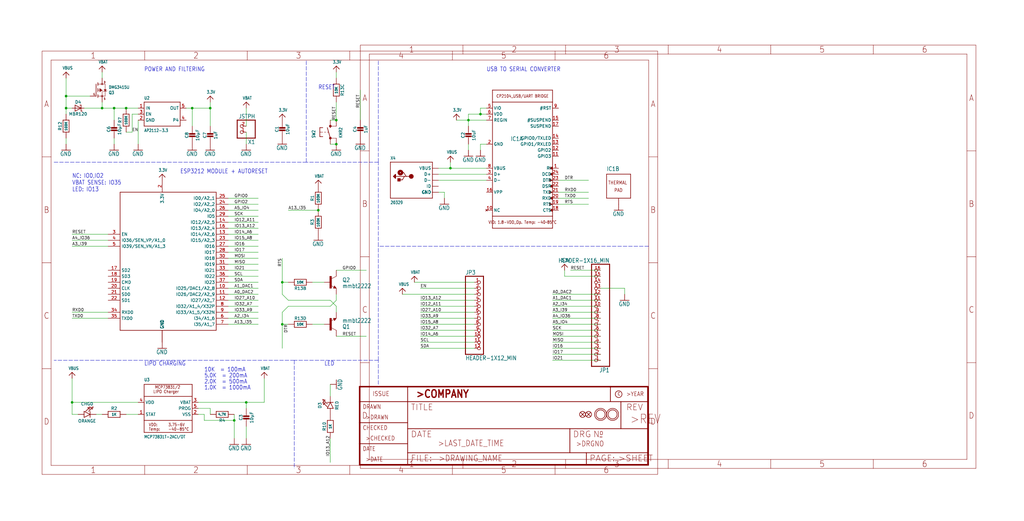
<source format=kicad_sch>
(kicad_sch (version 20211123) (generator eeschema)
  (paper "User" 433.07 220.421)
  (lib_symbols
    (symbol "eagleSchem-eagle-import:3.3V" (power)
      (property "Value" "3.3V" (at -1.524 1.016 0))
      (symbol "3.3V_1_0"
        (pin power_in line (at 0 -2.54 90) (length 2.54) (name "3.3V") (number "1"))
      )
    )
    (symbol "eagleSchem-eagle-import:CAP_CERAMIC0603_NO"
      (property "Reference" "C" (at -2.29 1.25 90))
      (property "Value" "CAP_CERAMIC0603_NO" (at 2.3 1.25 90))
      (symbol "CAP_CERAMIC0603_NO_1_0"
        (pin passive line (at 0 5.08 270) (length 2.54) (name "1") (number "1"))
        (pin passive line (at 0 -2.54 90) (length 2.54) (name "2") (number "2"))
      )
    )
    (symbol "eagleSchem-eagle-import:CAP_CERAMIC0805-NOOUTLINE"
      (property "Reference" "C" (at -2.29 1.25 90))
      (property "Value" "CAP_CERAMIC0805-NOOUTLINE" (at 2.3 1.25 90))
      (symbol "CAP_CERAMIC0805-NOOUTLINE_1_0"
        (pin passive line (at 0 5.08 270) (length 2.54) (name "1") (number "1"))
        (pin passive line (at 0 -2.54 90) (length 2.54) (name "2") (number "2"))
      )
    )
    (symbol "eagleSchem-eagle-import:CON_JST_PH_2PIN"
      (property "Reference" "X" (at -6.35 5.715 0))
      (property "Value" "CON_JST_PH_2PIN" (at -6.35 -5.08 0))
      (symbol "CON_JST_PH_2PIN_1_0"
        (pin passive inverted (at -2.54 2.54 0) (length 2.54) (name "1") (number "1"))
        (pin passive inverted (at -2.54 0 0) (length 2.54) (name "2") (number "2"))
      )
    )
    (symbol "eagleSchem-eagle-import:CP2104"
      (property "Reference" "U" (at -5.08 6.35 0))
      (symbol "CP2104_1_0"
        (text "CP2104_USB/UART BRIDGE" (at 0 25.4 0) (effects (font (size 1.27 1.0795))))
        (text "VIO: 1.8-VDD_Op. Temp: -40~85°C" (at 0 -27.94 0) (effects (font (size 1.27 1.0795))))
        (pin input line (at 15.24 -5.08 180) (length 2.54) (name "RI") (number "1"))
        (pin no_connect line (at -15.24 -22.86 0) (length 2.54) (name "NC") (number "10"))
        (pin bidirectional line (at 15.24 0 180) (length 2.54) (name "GPIO3") (number "11"))
        (pin bidirectional line (at 15.24 2.54 180) (length 2.54) (name "GPIO2") (number "12"))
        (pin bidirectional line (at 15.24 5.08 180) (length 2.54) (name "GPIO1/RXLED") (number "13"))
        (pin bidirectional line (at 15.24 7.62 180) (length 2.54) (name "GPIO0/TXLED") (number "14"))
        (pin output line (at 15.24 15.24 180) (length 2.54) (name "#SUSPEND") (number "15"))
        (pin bidirectional line (at -15.24 -15.24 0) (length 2.54) (name "VPP") (number "16"))
        (pin output line (at 15.24 12.7 180) (length 2.54) (name "SUSPEND") (number "17"))
        (pin input line (at 15.24 -22.86 180) (length 2.54) (name "CTS") (number "18"))
        (pin output line (at 15.24 -20.32 180) (length 2.54) (name "RTS") (number "19"))
        (pin power_in line (at -15.24 5.08 0) (length 2.54) (name "GND") (number "2"))
        (pin input line (at 15.24 -17.78 180) (length 2.54) (name "RXD") (number "20"))
        (pin output line (at 15.24 -15.24 180) (length 2.54) (name "TXD") (number "21"))
        (pin input line (at 15.24 -12.7 180) (length 2.54) (name "DSR") (number "22"))
        (pin output line (at 15.24 -10.16 180) (length 2.54) (name "DTR") (number "23"))
        (pin input line (at 15.24 -7.62 180) (length 2.54) (name "DCD") (number "24"))
        (pin bidirectional line (at -15.24 -7.62 0) (length 2.54) (name "D+") (number "3"))
        (pin bidirectional line (at -15.24 -10.16 0) (length 2.54) (name "D-") (number "4"))
        (pin power_in line (at -15.24 20.32 0) (length 2.54) (name "VIO") (number "5"))
        (pin power_in line (at -15.24 17.78 0) (length 2.54) (name "VDD") (number "6"))
        (pin power_in line (at -15.24 15.24 0) (length 2.54) (name "REGIN") (number "7"))
        (pin power_in line (at -15.24 -5.08 0) (length 2.54) (name "VBUS") (number "8"))
        (pin bidirectional line (at 15.24 20.32 180) (length 2.54) (name "#RST") (number "9"))
      )
      (symbol "CP2104_2_0"
        (text "PAD" (at -1.905 -2.54 0) (effects (font (size 1.4224 1.209)) (justify left bottom)))
        (text "THERMAL" (at -4.445 0.635 0) (effects (font (size 1.4224 1.209)) (justify left bottom)))
        (pin power_in line (at 0 -7.62 90) (length 2.54) (name "TP") (number "THERM"))
      )
    )
    (symbol "eagleSchem-eagle-import:DIODE-SCHOTTKYSOD-123"
      (property "Reference" "D" (at 0 2.54 0))
      (property "Value" "DIODE-SCHOTTKYSOD-123" (at 0 -2.5 0))
      (symbol "DIODE-SCHOTTKYSOD-123_1_0"
        (pin passive line (at -2.54 0 0) (length 2.54) (name "A") (number "A"))
        (pin passive line (at 2.54 0 180) (length 2.54) (name "C") (number "C"))
      )
    )
    (symbol "eagleSchem-eagle-import:ESP32_WROOM32_SKINNY"
      (symbol "ESP32_WROOM32_SKINNY_1_0"
        (pin passive line (at 0 -27.94 90) (length 5.08) (name "GND") (number "1"))
        (pin bidirectional line (at 27.94 -5.08 180) (length 5.08) (name "IO25/DAC1/A2_8") (number "10"))
        (pin bidirectional line (at 27.94 -7.62 180) (length 5.08) (name "IO26/DAC2/A2_9") (number "11"))
        (pin bidirectional line (at 27.94 -10.16 180) (length 5.08) (name "IO27/A2_7") (number "12"))
        (pin bidirectional line (at 27.94 17.78 180) (length 5.08) (name "IO14/A2_6") (number "13"))
        (pin bidirectional line (at 27.94 22.86 180) (length 5.08) (name "IO12/A2_5") (number "14"))
        (pin passive line (at 0 -27.94 90) (length 5.08) (name "GND") (number "15"))
        (pin bidirectional line (at 27.94 20.32 180) (length 5.08) (name "IO13/A2_4") (number "16"))
        (pin bidirectional line (at -22.86 2.54 0) (length 5.08) (name "SD2") (number "17"))
        (pin bidirectional line (at -22.86 0 0) (length 5.08) (name "SD3") (number "18"))
        (pin bidirectional line (at -22.86 -2.54 0) (length 5.08) (name "CMD") (number "19"))
        (pin passive line (at 0 40.64 270) (length 5.08) (name "3.3V") (number "2"))
        (pin bidirectional line (at -22.86 -5.08 0) (length 5.08) (name "CLK") (number "20"))
        (pin bidirectional line (at -22.86 -7.62 0) (length 5.08) (name "SD0") (number "21"))
        (pin bidirectional line (at -22.86 -10.16 0) (length 5.08) (name "SD1") (number "22"))
        (pin bidirectional line (at 27.94 15.24 180) (length 5.08) (name "IO15/A2_3") (number "23"))
        (pin bidirectional line (at 27.94 30.48 180) (length 5.08) (name "IO2/A2_2") (number "24"))
        (pin bidirectional line (at 27.94 33.02 180) (length 5.08) (name "IO0/A2_1") (number "25"))
        (pin bidirectional line (at 27.94 27.94 180) (length 5.08) (name "IO4/A2_0") (number "26"))
        (pin bidirectional line (at 27.94 12.7 180) (length 5.08) (name "IO16") (number "27"))
        (pin bidirectional line (at 27.94 10.16 180) (length 5.08) (name "IO17") (number "28"))
        (pin bidirectional line (at 27.94 25.4 180) (length 5.08) (name "IO5") (number "29"))
        (pin input line (at -22.86 17.78 0) (length 5.08) (name "EN") (number "3"))
        (pin bidirectional line (at 27.94 7.62 180) (length 5.08) (name "IO18") (number "30"))
        (pin bidirectional line (at 27.94 5.08 180) (length 5.08) (name "IO19") (number "31"))
        (pin bidirectional line (at 27.94 2.54 180) (length 5.08) (name "IO21") (number "33"))
        (pin input line (at -22.86 -15.24 0) (length 5.08) (name "RXD0") (number "34"))
        (pin output line (at -22.86 -17.78 0) (length 5.08) (name "TXD0") (number "35"))
        (pin bidirectional line (at 27.94 0 180) (length 5.08) (name "IO22") (number "36"))
        (pin bidirectional line (at 27.94 -2.54 180) (length 5.08) (name "IO23") (number "37"))
        (pin passive line (at 0 -27.94 90) (length 5.08) (name "GND") (number "38"))
        (pin passive line (at -22.86 15.24 0) (length 5.08) (name "IO36/SEN_VP/A1_0") (number "4"))
        (pin passive line (at -22.86 12.7 0) (length 5.08) (name "IO39/SEN_VN/A1_3") (number "5"))
        (pin bidirectional line (at 27.94 -17.78 180) (length 5.08) (name "I34/A1_6") (number "6"))
        (pin bidirectional line (at 27.94 -20.32 180) (length 5.08) (name "I35/A1_7") (number "7"))
        (pin bidirectional line (at 27.94 -12.7 180) (length 5.08) (name "IO32/A1_4/X32P") (number "8"))
        (pin bidirectional line (at 27.94 -15.24 180) (length 5.08) (name "IO33/A1_5/X32N") (number "9"))
        (pin passive line (at 0 -27.94 90) (length 5.08) (name "GND") (number "P$1"))
      )
    )
    (symbol "eagleSchem-eagle-import:FIDUCIAL_1MM")
    (symbol "eagleSchem-eagle-import:FRAME_A4"
      (symbol "FRAME_A4_0_0"
        (text "1" (at 21.6958 1.905 0) (effects (font (size 2.54 2.286))))
        (text "1" (at 21.6958 177.165 0) (effects (font (size 2.54 2.286))))
        (text "2" (at 65.0875 1.905 0) (effects (font (size 2.54 2.286))))
        (text "2" (at 65.0875 177.165 0) (effects (font (size 2.54 2.286))))
        (text "3" (at 108.4792 1.905 0) (effects (font (size 2.54 2.286))))
        (text "3" (at 108.4792 177.165 0) (effects (font (size 2.54 2.286))))
        (text "4" (at 151.8708 1.905 0) (effects (font (size 2.54 2.286))))
        (text "4" (at 151.8708 177.165 0) (effects (font (size 2.54 2.286))))
        (text "5" (at 195.2625 1.905 0) (effects (font (size 2.54 2.286))))
        (text "5" (at 195.2625 177.165 0) (effects (font (size 2.54 2.286))))
        (text "6" (at 238.6542 1.905 0) (effects (font (size 2.54 2.286))))
        (text "6" (at 238.6542 177.165 0) (effects (font (size 2.54 2.286))))
        (text "A" (at 1.905 156.6863 0) (effects (font (size 2.54 2.286))))
        (text "A" (at 258.445 156.6863 0) (effects (font (size 2.54 2.286))))
        (text "B" (at 1.905 111.9188 0) (effects (font (size 2.54 2.286))))
        (text "B" (at 258.445 111.9188 0) (effects (font (size 2.54 2.286))))
        (text "C" (at 1.905 67.1513 0) (effects (font (size 2.54 2.286))))
        (text "C" (at 258.445 67.1513 0) (effects (font (size 2.54 2.286))))
        (text "D" (at 1.905 22.3838 0) (effects (font (size 2.54 2.286))))
        (text "D" (at 258.445 22.3838 0) (effects (font (size 2.54 2.286))))
      )
      (symbol "FRAME_A4_2_0"
        (text ">CHECKED" (at 2.2352 11.7348 0) (effects (font (size 1.778 1.5113)) (justify left bottom)))
        (text ">COMPANY" (at 23.349 29.6735 0) (effects (font (size 3.175 2.6987) (thickness 0.5397) bold) (justify left bottom)))
        (text ">DATE" (at 2.2352 2.8448 0) (effects (font (size 1.778 1.5113)) (justify left bottom)))
        (text ">DRAWING_NAME" (at 33.0327 2.8448 0) (effects (font (size 2.54 2.159)) (justify left bottom)))
        (text ">DRAWN" (at 2.2352 20.6248 0) (effects (font (size 1.778 1.5113)) (justify left bottom)))
        (text ">DRGNO" (at 91.1352 9.1948 0) (effects (font (size 2.1844 1.8567)) (justify left bottom)))
        (text ">LAST_DATE_TIME" (at 32.7152 9.1948 0) (effects (font (size 2.54 2.159)) (justify left bottom)))
        (text ">REV" (at 113.9952 18.7198 0) (effects (font (size 3.81 3.2385)) (justify left bottom)))
        (text ">SHEET" (at 108.9152 2.8448 0) (effects (font (size 2.54 2.54)) (justify left bottom)))
        (text ">YEAR" (at 112.4077 30.4673 0) (effects (font (size 1.778 1.5113)) (justify left bottom)))
        (text "C" (at 108.7564 30.7848 0) (effects (font (size 1.27 1.0795)) (justify left bottom)))
        (text "CHECKED" (at 0.9652 16.1798 0) (effects (font (size 1.778 1.5113)) (justify left bottom)))
        (text "DATE" (at 0.9652 7.2898 0) (effects (font (size 1.778 1.5113)) (justify left bottom)))
        (text "DATE" (at 21.2852 13.0048 0) (effects (font (size 2.54 2.54)) (justify left bottom)))
        (text "DRAWN" (at 0.9652 25.0698 0) (effects (font (size 1.778 1.5113)) (justify left bottom)))
        (text "DRG" (at 89.8652 13.0048 0) (effects (font (size 2.54 2.54)) (justify left bottom)))
        (text "FILE:" (at 21.2852 2.8448 0) (effects (font (size 2.54 2.54)) (justify left bottom)))
        (text "ISSUE" (at 5.0927 30.4673 0) (effects (font (size 1.9304 1.6408)) (justify left bottom)))
        (text "N" (at 98.4377 13.0048 0) (effects (font (size 2.54 2.54)) (justify left bottom)))
        (text "o" (at 100.9777 13.9573 0) (effects (font (size 2.1844 1.8567)) (justify left bottom)))
        (text "PAGE:" (at 96.8502 2.8448 0) (effects (font (size 2.54 2.54)) (justify left bottom)))
        (text "REV" (at 112.4077 24.4348 0) (effects (font (size 2.54 2.54)) (justify left bottom)))
        (text "TITLE" (at 21.2852 24.4348 0) (effects (font (size 2.54 2.54)) (justify left bottom)))
      )
    )
    (symbol "eagleSchem-eagle-import:GND" (power)
      (property "Value" "GND" (at -2.54 -2.54 0))
      (symbol "GND_1_0"
        (pin power_in line (at 0 2.54 270) (length 2.54) (name "GND") (number "1"))
      )
    )
    (symbol "eagleSchem-eagle-import:HEADER-1X12_MIN"
      (property "Reference" "JP" (at -6.35 18.415 0))
      (property "Value" "HEADER-1X12_MIN" (at -6.35 -17.78 0))
      (symbol "HEADER-1X12_MIN_1_0"
        (pin passive inverted (at -2.54 15.24 0) (length 2.54) (name "1") (number "1"))
        (pin passive inverted (at -2.54 -7.62 0) (length 2.54) (name "10") (number "10"))
        (pin passive inverted (at -2.54 -10.16 0) (length 2.54) (name "11") (number "11"))
        (pin passive inverted (at -2.54 -12.7 0) (length 2.54) (name "12") (number "12"))
        (pin passive inverted (at -2.54 12.7 0) (length 2.54) (name "2") (number "2"))
        (pin passive inverted (at -2.54 10.16 0) (length 2.54) (name "3") (number "3"))
        (pin passive inverted (at -2.54 7.62 0) (length 2.54) (name "4") (number "4"))
        (pin passive inverted (at -2.54 5.08 0) (length 2.54) (name "5") (number "5"))
        (pin passive inverted (at -2.54 2.54 0) (length 2.54) (name "6") (number "6"))
        (pin passive inverted (at -2.54 0 0) (length 2.54) (name "7") (number "7"))
        (pin passive inverted (at -2.54 -2.54 0) (length 2.54) (name "8") (number "8"))
        (pin passive inverted (at -2.54 -5.08 0) (length 2.54) (name "9") (number "9"))
      )
    )
    (symbol "eagleSchem-eagle-import:HEADER-1X16_MIN"
      (property "Reference" "JP" (at -6.35 20.955 0))
      (property "Value" "HEADER-1X16_MIN" (at -6.35 -25.4 0))
      (symbol "HEADER-1X16_MIN_1_0"
        (pin passive inverted (at -2.54 17.78 0) (length 2.54) (name "1") (number "1"))
        (pin passive inverted (at -2.54 -5.08 0) (length 2.54) (name "10") (number "10"))
        (pin passive inverted (at -2.54 -7.62 0) (length 2.54) (name "11") (number "11"))
        (pin passive inverted (at -2.54 -10.16 0) (length 2.54) (name "12") (number "12"))
        (pin passive inverted (at -2.54 -12.7 0) (length 2.54) (name "13") (number "13"))
        (pin passive inverted (at -2.54 -15.24 0) (length 2.54) (name "14") (number "14"))
        (pin passive inverted (at -2.54 -17.78 0) (length 2.54) (name "15") (number "15"))
        (pin passive inverted (at -2.54 -20.32 0) (length 2.54) (name "16") (number "16"))
        (pin passive inverted (at -2.54 15.24 0) (length 2.54) (name "2") (number "2"))
        (pin passive inverted (at -2.54 12.7 0) (length 2.54) (name "3") (number "3"))
        (pin passive inverted (at -2.54 10.16 0) (length 2.54) (name "4") (number "4"))
        (pin passive inverted (at -2.54 7.62 0) (length 2.54) (name "5") (number "5"))
        (pin passive inverted (at -2.54 5.08 0) (length 2.54) (name "6") (number "6"))
        (pin passive inverted (at -2.54 2.54 0) (length 2.54) (name "7") (number "7"))
        (pin passive inverted (at -2.54 0 0) (length 2.54) (name "8") (number "8"))
        (pin passive inverted (at -2.54 -2.54 0) (length 2.54) (name "9") (number "9"))
      )
    )
    (symbol "eagleSchem-eagle-import:LED0805_NOOUTLINE"
      (property "Reference" "D" (at -1.27 4.445 0))
      (property "Value" "LED0805_NOOUTLINE" (at -1.27 -2.794 0))
      (symbol "LED0805_NOOUTLINE_1_0"
        (pin passive line (at -5.08 0 0) (length 2.54) (name "A") (number "A"))
        (pin passive line (at 2.54 0 180) (length 2.54) (name "C") (number "C"))
      )
    )
    (symbol "eagleSchem-eagle-import:MCP73831{slash}2"
      (property "Reference" "U" (at -10.16 11.43 0))
      (property "Value" "MCP73831{slash}2" (at -10.16 -12.7 0))
      (symbol "MCP73831{slash}2_1_0"
        (text "-40-85°C" (at 0 -9.525 0) (effects (font (size 1.27 1.0795)) (justify left bottom)))
        (text "3.75-6V" (at 0 -7.62 0) (effects (font (size 1.27 1.0795)) (justify left bottom)))
        (text "LIPO Charger" (at -6.35 6.35 0) (effects (font (size 1.27 1.0795)) (justify left bottom)))
        (text "MCP73831/2" (at -5.715 8.255 0) (effects (font (size 1.27 1.0795)) (justify left bottom)))
        (text "Temp:" (at -8.255 -9.525 0) (effects (font (size 1.27 1.0795)) (justify left bottom)))
        (text "VDD:" (at -8.255 -7.62 0) (effects (font (size 1.27 1.0795)) (justify left bottom)))
        (pin output line (at -12.7 -2.54 0) (length 2.54) (name "STAT") (number "1"))
        (pin power_in line (at 12.7 -2.54 180) (length 2.54) (name "VSS") (number "2"))
        (pin power_in line (at 12.7 2.54 180) (length 2.54) (name "VBAT") (number "3"))
        (pin power_in line (at -12.7 2.54 0) (length 2.54) (name "VDD") (number "4"))
        (pin input line (at 12.7 0 180) (length 2.54) (name "PROG") (number "5"))
      )
    )
    (symbol "eagleSchem-eagle-import:MOSFET-P"
      (property "Reference" "Q" (at 2.794 0.381 0))
      (property "Value" "MOSFET-P" (at 2.794 -1.905 0))
      (symbol "MOSFET-P_1_0"
        (text "D" (at 0.635 -3.81 0) (effects (font (size 0.8128 0.6908)) (justify left bottom)))
        (text "G" (at -3.81 1.27 0) (effects (font (size 0.8128 0.6908)) (justify left bottom)))
        (text "S" (at 0.635 3.175 0) (effects (font (size 0.8128 0.6908)) (justify left bottom)))
        (pin passive line (at -5.08 2.54 0) (length 2.54) (name "G") (number "1"))
        (pin passive line (at 0 5.08 270) (length 2.54) (name "S") (number "2"))
        (pin passive line (at 0 -5.08 90) (length 2.54) (name "D") (number "3"))
      )
    )
    (symbol "eagleSchem-eagle-import:MOUNTINGHOLE2.5")
    (symbol "eagleSchem-eagle-import:RESISTOR_0603_NOOUT"
      (property "Reference" "R" (at 0 2.54 0))
      (property "Value" "RESISTOR_0603_NOOUT" (at 0 0 0))
      (symbol "RESISTOR_0603_NOOUT_1_0"
        (pin passive line (at -5.08 0 0) (length 2.54) (name "1") (number "1"))
        (pin passive line (at 5.08 0 180) (length 2.54) (name "2") (number "2"))
      )
    )
    (symbol "eagleSchem-eagle-import:RESISTOR_4PACK"
      (property "Reference" "R" (at 0 2.54 0))
      (property "Value" "RESISTOR_4PACK" (at 0 0 0))
      (symbol "RESISTOR_4PACK_1_0"
        (pin passive line (at -5.08 0 0) (length 2.54) (name "1") (number "1"))
        (pin passive line (at 5.08 0 180) (length 2.54) (name "2") (number "8"))
      )
      (symbol "RESISTOR_4PACK_2_0"
        (pin passive line (at -5.08 0 0) (length 2.54) (name "1") (number "2"))
        (pin passive line (at 5.08 0 180) (length 2.54) (name "2") (number "7"))
      )
      (symbol "RESISTOR_4PACK_3_0"
        (pin passive line (at -5.08 0 0) (length 2.54) (name "1") (number "3"))
        (pin passive line (at 5.08 0 180) (length 2.54) (name "2") (number "6"))
      )
      (symbol "RESISTOR_4PACK_4_0"
        (pin passive line (at -5.08 0 0) (length 2.54) (name "1") (number "4"))
        (pin passive line (at 5.08 0 180) (length 2.54) (name "2") (number "5"))
      )
    )
    (symbol "eagleSchem-eagle-import:SWITCH_TACT_SMT4.6X2.8"
      (property "Reference" "SW" (at -2.54 6.35 0))
      (property "Value" "SWITCH_TACT_SMT4.6X2.8" (at -2.54 -5.08 0))
      (symbol "SWITCH_TACT_SMT4.6X2.8_1_0"
        (pin passive line (at -5.08 0 0) (length 2.54) (name "P") (number "A"))
        (pin passive line (at -5.08 -2.54 0) (length 2.54) (name "P1") (number "A'"))
        (pin passive line (at 5.08 0 180) (length 2.54) (name "S") (number "B"))
        (pin passive line (at 5.08 -2.54 180) (length 2.54) (name "S1") (number "B'"))
      )
    )
    (symbol "eagleSchem-eagle-import:TRANSISTOR_NPNSOT23-3"
      (property "Reference" "Q" (at 5.08 0 0))
      (property "Value" "TRANSISTOR_NPNSOT23-3" (at 5.08 -2.54 0))
      (symbol "TRANSISTOR_NPNSOT23-3_1_0"
        (pin passive line (at -2.54 0 0) (length 2.54) (name "B") (number "1"))
        (pin passive line (at 2.54 -5.08 90) (length 2.54) (name "E") (number "2"))
        (pin passive line (at 2.54 5.08 270) (length 2.54) (name "C") (number "3"))
      )
    )
    (symbol "eagleSchem-eagle-import:USB_MICRO_20329_V2"
      (property "Reference" "X" (at -10.16 8.636 0))
      (property "Value" "USB_MICRO_20329_V2" (at -10.16 -10.16 0))
      (symbol "USB_MICRO_20329_V2_1_0"
        (pin power_in line (at 10.16 -5.08 180) (length 2.54) (name "GND") (number "BASE@1"))
        (pin power_in line (at 10.16 -5.08 180) (length 2.54) (name "GND") (number "BASE@2"))
        (pin bidirectional line (at 10.16 2.54 180) (length 2.54) (name "D+") (number "D+"))
        (pin bidirectional line (at 10.16 0 180) (length 2.54) (name "D-") (number "D-"))
        (pin power_in line (at 10.16 -5.08 180) (length 2.54) (name "GND") (number "GND"))
        (pin bidirectional line (at 10.16 -2.54 180) (length 2.54) (name "ID") (number "ID"))
        (pin power_in line (at 10.16 -5.08 180) (length 2.54) (name "GND") (number "SPRT@1"))
        (pin power_in line (at 10.16 -5.08 180) (length 2.54) (name "GND") (number "SPRT@2"))
        (pin power_in line (at 10.16 -5.08 180) (length 2.54) (name "GND") (number "SPRT@3"))
        (pin power_in line (at 10.16 -5.08 180) (length 2.54) (name "GND") (number "SPRT@4"))
        (pin power_in line (at 10.16 5.08 180) (length 2.54) (name "VBUS") (number "VBUS"))
      )
    )
    (symbol "eagleSchem-eagle-import:VBAT" (power)
      (property "Value" "VBAT" (at -1.524 1.016 0))
      (symbol "VBAT_1_0"
        (pin power_in line (at 0 -2.54 90) (length 2.54) (name "VBAT") (number "1"))
      )
    )
    (symbol "eagleSchem-eagle-import:VBUS" (power)
      (property "Value" "VBUS" (at -1.524 1.016 0))
      (symbol "VBUS_1_0"
        (pin power_in line (at 0 -2.54 90) (length 2.54) (name "VBUS") (number "1"))
      )
    )
    (symbol "eagleSchem-eagle-import:VREG_SOT23-5"
      (property "Reference" "U" (at -7.62 6.096 0))
      (property "Value" "VREG_SOT23-5" (at -7.62 -7.62 0))
      (symbol "VREG_SOT23-5_1_0"
        (pin power_in line (at -10.16 2.54 0) (length 2.54) (name "IN") (number "1"))
        (pin power_in line (at -10.16 -2.54 0) (length 2.54) (name "GND") (number "2"))
        (pin input line (at -10.16 0 0) (length 2.54) (name "EN") (number "3"))
        (pin bidirectional line (at 10.16 -2.54 180) (length 2.54) (name "P4") (number "4"))
        (pin power_in line (at 10.16 2.54 180) (length 2.54) (name "OUT") (number "5"))
      )
    )
  )
  (junction (at 43.18 45.72))
  (junction (at 190.5 71.12))
  (junction (at 30.48 170.18))
  (junction (at 81.28 45.72))
  (junction (at 134.62 88.9))
  (junction (at 27.94 45.72))
  (junction (at 48.26 45.72))
  (junction (at 142.24 50.8))
  (junction (at 53.34 45.72))
  (junction (at 27.94 40.64))
  (junction (at 198.12 50.8))
  (junction (at 142.24 60.96))
  (junction (at 88.9 45.72))
  (junction (at 119.38 119.38))
  (junction (at 104.14 170.18))
  (junction (at 99.06 177.8))
  (junction (at 119.38 137.16))
  (junction (at 203.2 48.26))
  (polyline (pts (xy 124.46 152.4) (xy 124.46 198.12)))
  (wire (pts (xy 203.2 60.96) (xy 203.2 63.5)))
  (wire (pts (xy 254 121.92) (xy 264.16 121.92)))
  (wire (pts (xy 200.66 127) (xy 177.8 127)))
  (wire (pts (xy 185.42 73.66) (xy 205.74 73.66)))
  (wire (pts (xy 142.24 127) (xy 139.7 129.54)))
  (wire (pts (xy 154.94 142.24) (xy 142.24 142.24)))
  (wire (pts (xy 96.52 137.16) (xy 109.22 137.16)))
  (wire (pts (xy 27.94 40.64) (xy 27.94 33.02)))
  (wire (pts (xy 254 137.16) (xy 233.68 137.16)))
  (wire (pts (xy 96.52 88.9) (xy 109.22 88.9)))
  (wire (pts (xy 111.76 160.02) (xy 111.76 170.18)))
  (polyline (pts (xy 160.02 162.56) (xy 160.02 152.4)))
  (wire (pts (xy 83.82 172.72) (xy 88.9 172.72)))
  (wire (pts (xy 104.14 60.96) (xy 104.14 55.88)))
  (wire (pts (xy 264.16 121.92) (xy 264.16 124.46)))
  (wire (pts (xy 27.94 60.96) (xy 27.94 58.42)))
  (wire (pts (xy 45.72 101.6) (xy 30.48 101.6)))
  (wire (pts (xy 53.34 45.72) (xy 48.26 45.72)))
  (wire (pts (xy 238.76 114.3) (xy 238.76 116.84)))
  (wire (pts (xy 81.28 53.34) (xy 81.28 45.72)))
  (wire (pts (xy 190.5 71.12) (xy 190.5 68.58)))
  (wire (pts (xy 233.68 144.78) (xy 254 144.78)))
  (polyline (pts (xy 129.54 68.58) (xy 129.54 25.4)))
  (wire (pts (xy 58.42 45.72) (xy 53.34 45.72)))
  (wire (pts (xy 96.52 116.84) (xy 109.22 116.84)))
  (wire (pts (xy 81.28 45.72) (xy 88.9 45.72)))
  (wire (pts (xy 254 127) (xy 233.68 127)))
  (wire (pts (xy 35.56 45.72) (xy 43.18 45.72)))
  (wire (pts (xy 96.52 127) (xy 109.22 127)))
  (wire (pts (xy 177.8 134.62) (xy 200.66 134.62)))
  (wire (pts (xy 177.8 139.7) (xy 200.66 139.7)))
  (wire (pts (xy 139.7 127) (xy 121.92 127)))
  (wire (pts (xy 254 114.3) (xy 241.3 114.3)))
  (wire (pts (xy 175.26 119.38) (xy 200.66 119.38)))
  (wire (pts (xy 96.52 109.22) (xy 109.22 109.22)))
  (wire (pts (xy 109.22 111.76) (xy 96.52 111.76)))
  (polyline (pts (xy 22.86 68.58) (xy 129.54 68.58)))
  (wire (pts (xy 104.14 172.72) (xy 104.14 170.18)))
  (wire (pts (xy 121.92 127) (xy 119.38 124.46)))
  (wire (pts (xy 96.52 99.06) (xy 109.22 99.06)))
  (wire (pts (xy 43.18 43.18) (xy 43.18 45.72)))
  (wire (pts (xy 203.2 45.72) (xy 203.2 48.26)))
  (wire (pts (xy 86.36 177.8) (xy 99.06 177.8)))
  (wire (pts (xy 119.38 137.16) (xy 121.92 137.16)))
  (wire (pts (xy 119.38 132.08) (xy 119.38 137.16)))
  (wire (pts (xy 205.74 50.8) (xy 198.12 50.8)))
  (wire (pts (xy 139.7 60.96) (xy 142.24 60.96)))
  (wire (pts (xy 109.22 106.68) (xy 96.52 106.68)))
  (wire (pts (xy 48.26 58.42) (xy 48.26 60.96)))
  (wire (pts (xy 55.88 48.26) (xy 58.42 48.26)))
  (wire (pts (xy 96.52 91.44) (xy 109.22 91.44)))
  (wire (pts (xy 88.9 172.72) (xy 88.9 175.26)))
  (wire (pts (xy 233.68 132.08) (xy 254 132.08)))
  (wire (pts (xy 88.9 45.72) (xy 88.9 43.18)))
  (wire (pts (xy 86.36 175.26) (xy 86.36 177.8)))
  (wire (pts (xy 190.5 71.12) (xy 205.74 71.12)))
  (wire (pts (xy 198.12 50.8) (xy 193.04 50.8)))
  (wire (pts (xy 185.42 71.12) (xy 190.5 71.12)))
  (wire (pts (xy 236.22 81.28) (xy 248.92 81.28)))
  (wire (pts (xy 58.42 50.8) (xy 58.42 60.96)))
  (wire (pts (xy 142.24 129.54) (xy 139.7 127)))
  (wire (pts (xy 88.9 45.72) (xy 88.9 53.34)))
  (wire (pts (xy 30.48 170.18) (xy 58.42 170.18)))
  (wire (pts (xy 30.48 134.62) (xy 45.72 134.62)))
  (wire (pts (xy 185.42 81.28) (xy 187.96 81.28)))
  (wire (pts (xy 27.94 45.72) (xy 27.94 40.64)))
  (wire (pts (xy 254 139.7) (xy 233.68 139.7)))
  (polyline (pts (xy 160.02 104.14) (xy 160.02 68.58)))
  (wire (pts (xy 177.8 129.54) (xy 200.66 129.54)))
  (wire (pts (xy 96.52 104.14) (xy 109.22 104.14)))
  (wire (pts (xy 40.64 175.26) (xy 43.18 175.26)))
  (wire (pts (xy 119.38 119.38) (xy 121.92 119.38)))
  (wire (pts (xy 96.52 129.54) (xy 109.22 129.54)))
  (wire (pts (xy 99.06 175.26) (xy 99.06 177.8)))
  (wire (pts (xy 121.92 129.54) (xy 119.38 132.08)))
  (wire (pts (xy 96.52 86.36) (xy 109.22 86.36)))
  (polyline (pts (xy 160.02 68.58) (xy 129.54 68.58)))
  (wire (pts (xy 132.08 119.38) (xy 137.16 119.38)))
  (wire (pts (xy 139.7 167.64) (xy 139.7 162.56)))
  (wire (pts (xy 142.24 124.46) (xy 142.24 127)))
  (wire (pts (xy 177.8 147.32) (xy 200.66 147.32)))
  (wire (pts (xy 205.74 60.96) (xy 203.2 60.96)))
  (wire (pts (xy 139.7 185.42) (xy 139.7 195.58)))
  (wire (pts (xy 238.76 116.84) (xy 254 116.84)))
  (wire (pts (xy 43.18 45.72) (xy 48.26 45.72)))
  (wire (pts (xy 96.52 96.52) (xy 109.22 96.52)))
  (wire (pts (xy 30.48 45.72) (xy 27.94 45.72)))
  (wire (pts (xy 30.48 104.14) (xy 45.72 104.14)))
  (wire (pts (xy 185.42 76.2) (xy 205.74 76.2)))
  (wire (pts (xy 236.22 76.2) (xy 248.92 76.2)))
  (wire (pts (xy 96.52 119.38) (xy 109.22 119.38)))
  (wire (pts (xy 96.52 114.3) (xy 109.22 114.3)))
  (wire (pts (xy 142.24 50.8) (xy 139.7 50.8)))
  (wire (pts (xy 152.4 50.8) (xy 152.4 38.1)))
  (wire (pts (xy 200.66 132.08) (xy 177.8 132.08)))
  (wire (pts (xy 248.92 86.36) (xy 236.22 86.36)))
  (wire (pts (xy 53.34 55.88) (xy 55.88 55.88)))
  (wire (pts (xy 104.14 170.18) (xy 111.76 170.18)))
  (wire (pts (xy 198.12 50.8) (xy 198.12 53.34)))
  (wire (pts (xy 198.12 48.26) (xy 198.12 50.8)))
  (wire (pts (xy 119.38 137.16) (xy 119.38 147.32)))
  (wire (pts (xy 177.8 121.92) (xy 200.66 121.92)))
  (wire (pts (xy 104.14 180.34) (xy 104.14 185.42)))
  (wire (pts (xy 96.52 132.08) (xy 109.22 132.08)))
  (wire (pts (xy 38.1 40.64) (xy 27.94 40.64)))
  (wire (pts (xy 200.66 124.46) (xy 170.18 124.46)))
  (wire (pts (xy 96.52 93.98) (xy 109.22 93.98)))
  (wire (pts (xy 187.96 81.28) (xy 187.96 83.82)))
  (polyline (pts (xy 160.02 152.4) (xy 160.02 104.14)))
  (wire (pts (xy 254 152.4) (xy 233.68 152.4)))
  (wire (pts (xy 254 147.32) (xy 233.68 147.32)))
  (polyline (pts (xy 160.02 68.58) (xy 160.02 25.4)))
  (wire (pts (xy 142.24 114.3) (xy 154.94 114.3)))
  (wire (pts (xy 99.06 177.8) (xy 99.06 185.42)))
  (wire (pts (xy 96.52 121.92) (xy 109.22 121.92)))
  (wire (pts (xy 139.7 129.54) (xy 121.92 129.54)))
  (wire (pts (xy 142.24 132.08) (xy 142.24 129.54)))
  (wire (pts (xy 119.38 124.46) (xy 119.38 119.38)))
  (wire (pts (xy 55.88 55.88) (xy 55.88 48.26)))
  (wire (pts (xy 142.24 43.18) (xy 142.24 50.8)))
  (wire (pts (xy 83.82 170.18) (xy 104.14 170.18)))
  (wire (pts (xy 53.34 175.26) (xy 58.42 175.26)))
  (wire (pts (xy 45.72 99.06) (xy 30.48 99.06)))
  (wire (pts (xy 96.52 134.62) (xy 109.22 134.62)))
  (wire (pts (xy 142.24 30.48) (xy 142.24 33.02)))
  (wire (pts (xy 198.12 60.96) (xy 198.12 63.5)))
  (wire (pts (xy 96.52 124.46) (xy 109.22 124.46)))
  (wire (pts (xy 45.72 132.08) (xy 30.48 132.08)))
  (wire (pts (xy 254 142.24) (xy 233.68 142.24)))
  (wire (pts (xy 200.66 144.78) (xy 177.8 144.78)))
  (wire (pts (xy 200.66 142.24) (xy 177.8 142.24)))
  (polyline (pts (xy 274.32 104.14) (xy 160.02 104.14)))
  (wire (pts (xy 78.74 45.72) (xy 81.28 45.72)))
  (wire (pts (xy 254 134.62) (xy 233.68 134.62)))
  (wire (pts (xy 30.48 160.02) (xy 30.48 170.18)))
  (wire (pts (xy 43.18 30.48) (xy 43.18 33.02)))
  (wire (pts (xy 137.16 137.16) (xy 132.08 137.16)))
  (wire (pts (xy 30.48 175.26) (xy 30.48 170.18)))
  (wire (pts (xy 203.2 48.26) (xy 198.12 48.26)))
  (wire (pts (xy 33.02 175.26) (xy 30.48 175.26)))
  (wire (pts (xy 83.82 175.26) (xy 86.36 175.26)))
  (wire (pts (xy 48.26 45.72) (xy 48.26 50.8)))
  (wire (pts (xy 104.14 45.72) (xy 104.14 53.34)))
  (wire (pts (xy 177.8 137.16) (xy 200.66 137.16)))
  (polyline (pts (xy 124.46 152.4) (xy 22.86 152.4)))
  (wire (pts (xy 254 129.54) (xy 233.68 129.54)))
  (wire (pts (xy 96.52 83.82) (xy 109.22 83.82)))
  (wire (pts (xy 96.52 101.6) (xy 109.22 101.6)))
  (wire (pts (xy 134.62 88.9) (xy 121.92 88.9)))
  (polyline (pts (xy 160.02 152.4) (xy 124.46 152.4)))
  (wire (pts (xy 119.38 109.22) (xy 119.38 119.38)))
  (wire (pts (xy 27.94 48.26) (xy 27.94 45.72)))
  (wire (pts (xy 205.74 45.72) (xy 203.2 45.72)))
  (wire (pts (xy 233.68 149.86) (xy 254 149.86)))
  (wire (pts (xy 254 124.46) (xy 233.68 124.46)))
  (wire (pts (xy 248.92 83.82) (xy 236.22 83.82)))
  (wire (pts (xy 205.74 48.26) (xy 203.2 48.26)))
  (text "RESET" (at 134.62 38.1 180) (effects (font (size 1.778 1.5113)) (justify left bottom)))
  (text "10K  = 100mA" (at 86.36 157.48 180) (effects (font (size 1.778 1.5113)) (justify left bottom)))
  (text "2.0K  = 500mA" (at 86.36 162.56 180) (effects (font (size 1.778 1.5113)) (justify left bottom)))
  (text "LIPO CHARGING" (at 60.96 154.94 180) (effects (font (size 1.778 1.5113)) (justify left bottom)))
  (text "LED" (at 137.16 154.94 180) (effects (font (size 1.778 1.5113)) (justify left bottom)))
  (text "POWER AND FILTERING" (at 60.96 30.48 180) (effects (font (size 1.778 1.5113)) (justify left bottom)))
  (text "USB TO SERIAL CONVERTER" (at 205.74 30.48 180) (effects (font (size 1.778 1.5113)) (justify left bottom)))
  (text "NC: IO0,IO2\nVBAT SENSE: IO35\nLED: IO13" (at 30.48 81.28 180) (effects (font (size 1.778 1.5113)) (justify left bottom)))
  (text "5.0K  = 200mA" (at 86.36 160.02 180) (effects (font (size 1.778 1.5113)) (justify left bottom)))
  (text "1.0K  = 1000mA" (at 86.36 165.1 180) (effects (font (size 1.778 1.5113)) (justify left bottom)))
  (text "ESP3212 MODULE + AUTORESET" (at 76.2 73.66 180) (effects (font (size 1.778 1.5113)) (justify left bottom)))
  (label "SCK" (at 233.68 139.7 0) (effects (font (size 1.2446 1.2446))))
  (label "IO16" (at 233.68 147.32 0) (effects (font (size 1.2446 1.2446))))
  (label "RESET" (at 142.24 50.8 90) (effects (font (size 1.2446 1.2446))))
  (label "RESET" (at 144.78 142.24 0) (effects (font (size 1.2446 1.2446))))
  (label "EN" (at 177.8 121.92 0) (effects (font (size 1.2446 1.2446))))
  (label "IO15_A8" (at 99.06 101.6 0) (effects (font (size 1.2446 1.2446))))
  (label "A0_DAC2" (at 233.68 124.46 0) (effects (font (size 1.2446 1.2446))))
  (label "A5_IO4" (at 233.68 137.16 0) (effects (font (size 1.2446 1.2446))))
  (label "IO13_A12" (at 139.7 193.04 90) (effects (font (size 1.2446 1.2446))))
  (label "MOSI" (at 233.68 142.24 0) (effects (font (size 1.2446 1.2446))))
  (label "A0_DAC2" (at 99.06 124.46 0) (effects (font (size 1.2446 1.2446))))
  (label "A13_I35" (at 121.92 88.9 0) (effects (font (size 1.2446 1.2446))))
  (label "IO33_A9" (at 177.8 134.62 0) (effects (font (size 1.2446 1.2446))))
  (label "MOSI" (at 99.06 109.22 0) (effects (font (size 1.2446 1.2446))))
  (label "IO16" (at 99.06 104.14 0) (effects (font (size 1.2446 1.2446))))
  (label "A3_I39" (at 233.68 132.08 0) (effects (font (size 1.2446 1.2446))))
  (label "IO21" (at 233.68 152.4 0) (effects (font (size 1.2446 1.2446))))
  (label "RTS" (at 238.76 86.36 0) (effects (font (size 1.2446 1.2446))))
  (label "IO21" (at 99.06 114.3 0) (effects (font (size 1.2446 1.2446))))
  (label "SCK" (at 99.06 91.44 0) (effects (font (size 1.2446 1.2446))))
  (label "RESET" (at 152.4 45.72 90) (effects (font (size 1.2446 1.2446))))
  (label "TXD0" (at 30.48 134.62 0) (effects (font (size 1.2446 1.2446))))
  (label "SDA" (at 177.8 147.32 0) (effects (font (size 1.2446 1.2446))))
  (label "IO14_A6" (at 99.06 99.06 0) (effects (font (size 1.2446 1.2446))))
  (label "RESET" (at 30.48 99.06 0) (effects (font (size 1.2446 1.2446))))
  (label "A4_IO36" (at 30.48 101.6 0) (effects (font (size 1.2446 1.2446))))
  (label "A2_I34" (at 233.68 129.54 0) (effects (font (size 1.2446 1.2446))))
  (label "DTR" (at 121.92 137.16 270) (effects (font (size 1.2446 1.2446))))
  (label "IO14_A6" (at 177.8 142.24 0) (effects (font (size 1.2446 1.2446))))
  (label "A5_IO4" (at 99.06 88.9 0) (effects (font (size 1.2446 1.2446))))
  (label "A13_I35" (at 99.06 137.16 0) (effects (font (size 1.2446 1.2446))))
  (label "IO32_A7" (at 99.06 129.54 0) (effects (font (size 1.2446 1.2446))))
  (label "IO17" (at 99.06 106.68 0) (effects (font (size 1.2446 1.2446))))
  (label "GPIO2" (at 99.06 86.36 0) (effects (font (size 1.2446 1.2446))))
  (label "RXD0" (at 30.48 132.08 0) (effects (font (size 1.2446 1.2446))))
  (label "MISO" (at 233.68 144.78 0) (effects (font (size 1.2446 1.2446))))
  (label "IO13_A12" (at 177.8 127 0) (effects (font (size 1.2446 1.2446))))
  (label "TXD0" (at 238.76 83.82 0) (effects (font (size 1.2446 1.2446))))
  (label "A1_DAC1" (at 99.06 121.92 0) (effects (font (size 1.2446 1.2446))))
  (label "GPIO0" (at 99.06 83.82 0) (effects (font (size 1.2446 1.2446))))
  (label "IO32_A7" (at 177.8 139.7 0) (effects (font (size 1.2446 1.2446))))
  (label "RESET" (at 241.3 114.3 0) (effects (font (size 1.2446 1.2446))))
  (label "A2_I34" (at 99.06 134.62 0) (effects (font (size 1.2446 1.2446))))
  (label "SCL" (at 99.06 116.84 0) (effects (font (size 1.2446 1.2446))))
  (label "RTS" (at 119.38 109.22 270) (effects (font (size 1.2446 1.2446))))
  (label "A3_I39" (at 30.48 104.14 0) (effects (font (size 1.2446 1.2446))))
  (label "IO33_A9" (at 99.06 132.08 0) (effects (font (size 1.2446 1.2446))))
  (label "IO13_A12" (at 99.06 96.52 0) (effects (font (size 1.2446 1.2446))))
  (label "RXD0" (at 238.76 81.28 0) (effects (font (size 1.2446 1.2446))))
  (label "GPIO0" (at 144.78 114.3 0) (effects (font (size 1.2446 1.2446))))
  (label "IO27_A10" (at 99.06 127 0) (effects (font (size 1.2446 1.2446))))
  (label "DTR" (at 238.76 76.2 0) (effects (font (size 1.2446 1.2446))))
  (label "SDA" (at 99.06 119.38 0) (effects (font (size 1.2446 1.2446))))
  (label "IO15_A8" (at 177.8 137.16 0) (effects (font (size 1.2446 1.2446))))
  (label "A4_IO36" (at 233.68 134.62 0) (effects (font (size 1.2446 1.2446))))
  (label "EN" (at 55.88 55.88 0) (effects (font (size 1.2446 1.2446))))
  (label "SCL" (at 177.8 144.78 0) (effects (font (size 1.2446 1.2446))))
  (label "IO12_A11" (at 177.8 129.54 0) (effects (font (size 1.2446 1.2446))))
  (label "IO27_A10" (at 177.8 132.08 0) (effects (font (size 1.2446 1.2446))))
  (label "MISO" (at 99.06 111.76 0) (effects (font (size 1.2446 1.2446))))
  (label "A1_DAC1" (at 233.68 127 0) (effects (font (size 1.2446 1.2446))))
  (label "IO12_A11" (at 99.06 93.98 0) (effects (font (size 1.2446 1.2446))))
  (label "IO17" (at 233.68 149.86 0) (effects (font (size 1.2446 1.2446))))
  (symbol (lib_id "eagleSchem-eagle-import:GND") (at 104.14 63.5 0) (unit 1)
    (property "Reference" "#U$22" (effects hide))
    (property "Value" "GND" (at 101.6 66.04 0) (effects (font (size 1.778 1.5113)) (justify left bottom)))
    (property "Footprint" "eagleSchem:" (effects hide))
  )
  (symbol (lib_id "eagleSchem-eagle-import:RESISTOR_0603_NOOUT") (at 27.94 53.34 90) (unit 1)
    (property "Reference" "R12" (at 25.4 53.34 0))
    (property "Value" "100K" (at 27.94 53.34 0) (effects (font (size 1.016 1.016) bold)))
    (property "Footprint" "eagleSchem:0603-NO" (effects hide))
  )
  (symbol (lib_id "eagleSchem-eagle-import:GND") (at 81.28 63.5 0) (unit 1)
    (property "Reference" "#U$29" (effects hide))
    (property "Value" "GND" (at 78.74 66.04 0) (effects (font (size 1.778 1.5113)) (justify left bottom)))
    (property "Footprint" "eagleSchem:" (effects hide))
  )
  (symbol (lib_id "eagleSchem-eagle-import:VBAT") (at 111.76 157.48 0) (unit 1)
    (property "Reference" "#U$39" (effects hide))
    (property "Value" "VBAT" (at 110.236 156.464 0) (effects (font (size 1.27 1.0795)) (justify left bottom)))
    (property "Footprint" "eagleSchem:" (effects hide))
  )
  (symbol (lib_id "eagleSchem-eagle-import:RESISTOR_4PACK") (at 142.24 38.1 270) (unit 3)
    (property "Reference" "R13" (at 144.78 38.1 0))
    (property "Value" "10K" (at 142.24 38.1 0) (effects (font (size 1.016 1.016) bold)))
    (property "Footprint" "eagleSchem:RESPACK_4X0603" (effects hide))
  )
  (symbol (lib_id "eagleSchem-eagle-import:VBAT") (at 104.14 43.18 0) (unit 1)
    (property "Reference" "#U$16" (effects hide))
    (property "Value" "VBAT" (at 102.616 42.164 0) (effects (font (size 1.27 1.0795)) (justify left bottom)))
    (property "Footprint" "eagleSchem:" (effects hide))
  )
  (symbol (lib_id "eagleSchem-eagle-import:GND") (at 152.4 60.96 0) (unit 1)
    (property "Reference" "#U$42" (effects hide))
    (property "Value" "GND" (at 149.86 63.5 0) (effects (font (size 1.778 1.5113)) (justify left bottom)))
    (property "Footprint" "eagleSchem:" (effects hide))
  )
  (symbol (lib_id "eagleSchem-eagle-import:CAP_CERAMIC0603_NO") (at 88.9 58.42 0) (unit 1)
    (property "Reference" "C7" (at 86.61 57.17 90))
    (property "Value" "1uF" (at 91.2 57.17 90))
    (property "Footprint" "eagleSchem:0603-NO" (effects hide))
  )
  (symbol (lib_id "eagleSchem-eagle-import:DIODE-SCHOTTKYSOD-123") (at 33.02 45.72 0) (unit 1)
    (property "Reference" "D4" (at 33.02 43.18 0))
    (property "Value" "MBR120" (at 33.02 48.22 0))
    (property "Footprint" "eagleSchem:SOD-123" (effects hide))
  )
  (symbol (lib_id "eagleSchem-eagle-import:LED0805_NOOUTLINE") (at 38.1 175.26 0) (unit 1)
    (property "Reference" "CHG0" (at 36.83 170.815 0))
    (property "Value" "ORANGE" (at 36.83 178.054 0))
    (property "Footprint" "eagleSchem:CHIPLED_0805_NOOUTLINE" (effects hide))
  )
  (symbol (lib_id "eagleSchem-eagle-import:GND") (at 142.24 63.5 0) (unit 1)
    (property "Reference" "#GND6" (effects hide))
    (property "Value" "GND" (at 139.7 66.04 0) (effects (font (size 1.778 1.5113)) (justify left bottom)))
    (property "Footprint" "eagleSchem:" (effects hide))
  )
  (symbol (lib_id "eagleSchem-eagle-import:RESISTOR_0603_NOOUT") (at 48.26 175.26 0) (unit 1)
    (property "Reference" "R2" (at 48.26 172.72 0))
    (property "Value" "1K" (at 48.26 175.26 0) (effects (font (size 1.016 1.016) bold)))
    (property "Footprint" "eagleSchem:0603-NO" (effects hide))
  )
  (symbol (lib_id "eagleSchem-eagle-import:3.3V") (at 119.38 48.26 0) (unit 1)
    (property "Reference" "#U$2" (effects hide))
    (property "Value" "3.3V" (at 117.856 47.244 0) (effects (font (size 1.27 1.0795)) (justify left bottom)))
    (property "Footprint" "eagleSchem:" (effects hide))
  )
  (symbol (lib_id "eagleSchem-eagle-import:MOUNTINGHOLE2.5") (at 254 175.26 0) (unit 1)
    (property "Reference" "U$31" (effects hide))
    (property "Value" "MOUNTINGHOLE2.5" (effects hide))
    (property "Footprint" "eagleSchem:MOUNTINGHOLE_2.5_PLATED" (effects hide))
  )
  (symbol (lib_id "eagleSchem-eagle-import:ESP32_WROOM32_SKINNY") (at 68.58 116.84 0) (unit 1)
    (property "Reference" "X2" (effects hide))
    (property "Value" "ESP32_WROOM32_SKINNY" (effects hide))
    (property "Footprint" "eagleSchem:WROOM32_SKINNY" (effects hide))
  )
  (symbol (lib_id "eagleSchem-eagle-import:GND") (at 119.38 60.96 0) (unit 1)
    (property "Reference" "#U$4" (effects hide))
    (property "Value" "GND" (at 116.84 63.5 0) (effects (font (size 1.778 1.5113)) (justify left bottom)))
    (property "Footprint" "eagleSchem:" (effects hide))
  )
  (symbol (lib_id "eagleSchem-eagle-import:MCP73831{slash}2") (at 71.12 172.72 0) (unit 1)
    (property "Reference" "U3" (at 60.96 161.29 0) (effects (font (size 1.27 1.0795)) (justify left bottom)))
    (property "Value" "MCP73831T-2ACI/OT" (at 60.96 185.42 0) (effects (font (size 1.27 1.0795)) (justify left bottom)))
    (property "Footprint" "eagleSchem:SOT23-5" (effects hide))
  )
  (symbol (lib_id "eagleSchem-eagle-import:GND") (at 261.62 88.9 0) (unit 1)
    (property "Reference" "#U$1" (effects hide))
    (property "Value" "GND" (at 259.08 91.44 0) (effects (font (size 1.778 1.5113)) (justify left bottom)))
    (property "Footprint" "eagleSchem:" (effects hide))
  )
  (symbol (lib_id "eagleSchem-eagle-import:GND") (at 48.26 63.5 0) (unit 1)
    (property "Reference" "#U$27" (effects hide))
    (property "Value" "GND" (at 45.72 66.04 0) (effects (font (size 1.778 1.5113)) (justify left bottom)))
    (property "Footprint" "eagleSchem:" (effects hide))
  )
  (symbol (lib_id "eagleSchem-eagle-import:VBUS") (at 190.5 66.04 0) (unit 1)
    (property "Reference" "#U$18" (effects hide))
    (property "Value" "VBUS" (at 188.976 65.024 0) (effects (font (size 1.27 1.0795)) (justify left bottom)))
    (property "Footprint" "eagleSchem:" (effects hide))
  )
  (symbol (lib_id "eagleSchem-eagle-import:CAP_CERAMIC0805-NOOUTLINE") (at 81.28 58.42 0) (unit 1)
    (property "Reference" "C8" (at 78.99 57.17 90))
    (property "Value" "10µF" (at 83.58 57.17 90))
    (property "Footprint" "eagleSchem:0805-NO" (effects hide))
  )
  (symbol (lib_id "eagleSchem-eagle-import:CAP_CERAMIC0805-NOOUTLINE") (at 198.12 58.42 0) (unit 1)
    (property "Reference" "C2" (at 195.83 57.17 90))
    (property "Value" "10uF" (at 200.42 57.17 90))
    (property "Footprint" "eagleSchem:0805-NO" (effects hide))
  )
  (symbol (lib_id "eagleSchem-eagle-import:USB_MICRO_20329_V2") (at 175.26 76.2 0) (unit 1)
    (property "Reference" "X4" (at 165.1 67.564 0) (effects (font (size 1.27 1.0795)) (justify left bottom)))
    (property "Value" "20329" (at 165.1 86.36 0) (effects (font (size 1.27 1.0795)) (justify left bottom)))
    (property "Footprint" "eagleSchem:4UCONN_20329_V2" (effects hide))
  )
  (symbol (lib_id "eagleSchem-eagle-import:MOSFET-P") (at 43.18 38.1 0) (mirror x) (unit 1)
    (property "Reference" "Q3" (at 45.974 38.481 0) (effects (font (size 1.27 1.0795)) (justify left bottom)))
    (property "Value" "DMG3415U" (at 45.974 36.195 0) (effects (font (size 1.27 1.0795)) (justify left bottom)))
    (property "Footprint" "eagleSchem:SOT23-R" (effects hide))
  )
  (symbol (lib_id "eagleSchem-eagle-import:MOUNTINGHOLE2.5") (at 259.08 175.26 0) (unit 1)
    (property "Reference" "U$32" (effects hide))
    (property "Value" "MOUNTINGHOLE2.5" (effects hide))
    (property "Footprint" "eagleSchem:MOUNTINGHOLE_2.5_PLATED" (effects hide))
  )
  (symbol (lib_id "eagleSchem-eagle-import:GND") (at 104.14 187.96 0) (unit 1)
    (property "Reference" "#U$33" (effects hide))
    (property "Value" "GND" (at 101.6 190.5 0) (effects (font (size 1.778 1.5113)) (justify left bottom)))
    (property "Footprint" "eagleSchem:" (effects hide))
  )
  (symbol (lib_id "eagleSchem-eagle-import:CON_JST_PH_2PIN") (at 101.6 53.34 180) (unit 1)
    (property "Reference" "X1" (at 107.95 59.055 0) (effects (font (size 1.778 1.5113)) (justify left bottom)))
    (property "Value" "JSTPH" (at 107.95 48.26 0) (effects (font (size 1.778 1.5113)) (justify left bottom)))
    (property "Footprint" "eagleSchem:JSTPH2" (effects hide))
  )
  (symbol (lib_id "eagleSchem-eagle-import:GND") (at 68.58 147.32 0) (unit 1)
    (property "Reference" "#U$37" (effects hide))
    (property "Value" "GND" (at 66.04 149.86 0) (effects (font (size 1.778 1.5113)) (justify left bottom)))
    (property "Footprint" "eagleSchem:" (effects hide))
  )
  (symbol (lib_id "eagleSchem-eagle-import:GND") (at 99.06 187.96 0) (unit 1)
    (property "Reference" "#U$36" (effects hide))
    (property "Value" "GND" (at 96.52 190.5 0) (effects (font (size 1.778 1.5113)) (justify left bottom)))
    (property "Footprint" "eagleSchem:" (effects hide))
  )
  (symbol (lib_id "eagleSchem-eagle-import:RESISTOR_0603_NOOUT") (at 139.7 180.34 90) (unit 1)
    (property "Reference" "R10" (at 137.16 180.34 0))
    (property "Value" "1K" (at 139.7 180.34 0) (effects (font (size 1.016 1.016) bold)))
    (property "Footprint" "eagleSchem:0603-NO" (effects hide))
  )
  (symbol (lib_id "eagleSchem-eagle-import:VBAT") (at 134.62 76.2 0) (unit 1)
    (property "Reference" "#U$40" (effects hide))
    (property "Value" "VBAT" (at 133.096 75.184 0) (effects (font (size 1.27 1.0795)) (justify left bottom)))
    (property "Footprint" "eagleSchem:" (effects hide))
  )
  (symbol (lib_id "eagleSchem-eagle-import:TRANSISTOR_NPNSOT23-3") (at 139.7 137.16 0) (mirror x) (unit 1)
    (property "Reference" "Q1" (at 144.78 137.16 0) (effects (font (size 1.778 1.5113)) (justify left bottom)))
    (property "Value" "mmbt2222" (at 144.78 134.62 0) (effects (font (size 1.778 1.5113)) (justify left bottom)))
    (property "Footprint" "eagleSchem:SOT23-3" (effects hide))
  )
  (symbol (lib_id "eagleSchem-eagle-import:3.3V") (at 142.24 27.94 0) (unit 1)
    (property "Reference" "#U$5" (effects hide))
    (property "Value" "3.3V" (at 140.716 26.924 0) (effects (font (size 1.27 1.0795)) (justify left bottom)))
    (property "Footprint" "eagleSchem:" (effects hide))
  )
  (symbol (lib_id "eagleSchem-eagle-import:HEADER-1X12_MIN") (at 203.2 134.62 0) (unit 1)
    (property "Reference" "JP3" (at 196.85 116.205 0) (effects (font (size 1.778 1.5113)) (justify left bottom)))
    (property "Value" "HEADER-1X12_MIN" (at 196.85 152.4 0) (effects (font (size 1.778 1.5113)) (justify left bottom)))
    (property "Footprint" "eagleSchem:1X12_ROUND_MIN" (effects hide))
  )
  (symbol (lib_id "eagleSchem-eagle-import:GND") (at 27.94 63.5 0) (unit 1)
    (property "Reference" "#U$25" (effects hide))
    (property "Value" "GND" (at 25.4 66.04 0) (effects (font (size 1.778 1.5113)) (justify left bottom)))
    (property "Footprint" "eagleSchem:" (effects hide))
  )
  (symbol (lib_id "eagleSchem-eagle-import:HEADER-1X16_MIN") (at 251.46 134.62 180) (unit 1)
    (property "Reference" "JP1" (at 257.81 155.575 0) (effects (font (size 1.778 1.5113)) (justify left bottom)))
    (property "Value" "HEADER-1X16_MIN" (at 257.81 109.22 0) (effects (font (size 1.778 1.5113)) (justify left bottom)))
    (property "Footprint" "eagleSchem:1X16_ROUND_MIN" (effects hide))
  )
  (symbol (lib_id "eagleSchem-eagle-import:CAP_CERAMIC0603_NO") (at 152.4 55.88 0) (unit 1)
    (property "Reference" "C4" (at 150.11 54.63 90))
    (property "Value" "1uF" (at 154.7 54.63 90))
    (property "Footprint" "eagleSchem:0603-NO" (effects hide))
  )
  (symbol (lib_id "eagleSchem-eagle-import:GND") (at 88.9 63.5 0) (unit 1)
    (property "Reference" "#U$28" (effects hide))
    (property "Value" "GND" (at 86.36 66.04 0) (effects (font (size 1.778 1.5113)) (justify left bottom)))
    (property "Footprint" "eagleSchem:" (effects hide))
  )
  (symbol (lib_id "eagleSchem-eagle-import:FIDUCIAL_1MM") (at 246.38 175.26 0) (unit 1)
    (property "Reference" "U$35" (effects hide))
    (property "Value" "FIDUCIAL_1MM" (effects hide))
    (property "Footprint" "eagleSchem:FIDUCIAL_1MM" (effects hide))
  )
  (symbol (lib_id "eagleSchem-eagle-import:RESISTOR_0603_NOOUT") (at 134.62 83.82 90) (unit 1)
    (property "Reference" "R1" (at 132.08 83.82 0))
    (property "Value" "100K" (at 134.62 83.82 0) (effects (font (size 1.016 1.016) bold)))
    (property "Footprint" "eagleSchem:0603-NO" (effects hide))
  )
  (symbol (lib_id "eagleSchem-eagle-import:3.3V") (at 238.76 111.76 0) (unit 1)
    (property "Reference" "#U$6" (effects hide))
    (property "Value" "3.3V" (at 237.236 110.744 0) (effects (font (size 1.27 1.0795)) (justify left bottom)))
    (property "Footprint" "eagleSchem:" (effects hide))
  )
  (symbol (lib_id "eagleSchem-eagle-import:LED0805_NOOUTLINE") (at 139.7 170.18 90) (unit 1)
    (property "Reference" "D3" (at 135.255 171.45 0))
    (property "Value" "RED" (at 142.494 171.45 0))
    (property "Footprint" "eagleSchem:CHIPLED_0805_NOOUTLINE" (effects hide))
  )
  (symbol (lib_id "eagleSchem-eagle-import:3.3V") (at 193.04 48.26 0) (unit 1)
    (property "Reference" "#U$24" (effects hide))
    (property "Value" "3.3V" (at 191.516 47.244 0) (effects (font (size 1.27 1.0795)) (justify left bottom)))
    (property "Footprint" "eagleSchem:" (effects hide))
  )
  (symbol (lib_id "eagleSchem-eagle-import:CAP_CERAMIC0805-NOOUTLINE") (at 48.26 55.88 0) (unit 1)
    (property "Reference" "C6" (at 45.97 54.63 90))
    (property "Value" "10µF" (at 50.56 54.63 90))
    (property "Footprint" "eagleSchem:0805-NO" (effects hide))
  )
  (symbol (lib_id "eagleSchem-eagle-import:CAP_CERAMIC0805-NOOUTLINE") (at 104.14 177.8 0) (unit 1)
    (property "Reference" "C3" (at 101.85 176.55 90))
    (property "Value" "10µF" (at 106.44 176.55 90))
    (property "Footprint" "eagleSchem:0805-NO" (effects hide))
  )
  (symbol (lib_id "eagleSchem-eagle-import:GND") (at 264.16 127 0) (unit 1)
    (property "Reference" "#GND4" (effects hide))
    (property "Value" "GND" (at 261.62 129.54 0) (effects (font (size 1.778 1.5113)) (justify left bottom)))
    (property "Footprint" "eagleSchem:" (effects hide))
  )
  (symbol (lib_id "eagleSchem-eagle-import:GND") (at 134.62 101.6 0) (unit 1)
    (property "Reference" "#U$41" (effects hide))
    (property "Value" "GND" (at 132.08 104.14 0) (effects (font (size 1.778 1.5113)) (justify left bottom)))
    (property "Footprint" "eagleSchem:" (effects hide))
  )
  (symbol (lib_id "eagleSchem-eagle-import:CAP_CERAMIC0805-NOOUTLINE") (at 119.38 55.88 0) (unit 1)
    (property "Reference" "C1" (at 117.09 54.63 90))
    (property "Value" "10uF" (at 121.68 54.63 90))
    (property "Footprint" "eagleSchem:0805-NO" (effects hide))
  )
  (symbol (lib_id "eagleSchem-eagle-import:GND") (at 203.2 66.04 0) (unit 1)
    (property "Reference" "#U$12" (effects hide))
    (property "Value" "GND" (at 200.66 68.58 0) (effects (font (size 1.778 1.5113)) (justify left bottom)))
    (property "Footprint" "eagleSchem:" (effects hide))
  )
  (symbol (lib_id "eagleSchem-eagle-import:VBAT") (at 43.18 27.94 0) (unit 1)
    (property "Reference" "#U$21" (effects hide))
    (property "Value" "VBAT" (at 41.656 26.924 0) (effects (font (size 1.27 1.0795)) (justify left bottom)))
    (property "Footprint" "eagleSchem:" (effects hide))
  )
  (symbol (lib_id "eagleSchem-eagle-import:GND") (at 58.42 63.5 0) (unit 1)
    (property "Reference" "#U$30" (effects hide))
    (property "Value" "GND" (at 55.88 66.04 0) (effects (font (size 1.778 1.5113)) (justify left bottom)))
    (property "Footprint" "eagleSchem:" (effects hide))
  )
  (symbol (lib_id "eagleSchem-eagle-import:GND") (at 198.12 66.04 0) (unit 1)
    (property "Reference" "#U$17" (effects hide))
    (property "Value" "GND" (at 195.58 68.58 0) (effects (font (size 1.778 1.5113)) (justify left bottom)))
    (property "Footprint" "eagleSchem:" (effects hide))
  )
  (symbol (lib_id "eagleSchem-eagle-import:GND") (at 142.24 162.56 90) (unit 1)
    (property "Reference" "#U$8" (effects hide))
    (property "Value" "GND" (at 144.78 165.1 0) (effects (font (size 1.778 1.5113)) (justify left bottom)))
    (property "Footprint" "eagleSchem:" (effects hide))
  )
  (symbol (lib_id "eagleSchem-eagle-import:VBUS") (at 30.48 157.48 0) (unit 1)
    (property "Reference" "#U$38" (effects hide))
    (property "Value" "VBUS" (at 28.956 156.464 0) (effects (font (size 1.27 1.0795)) (justify left bottom)))
    (property "Footprint" "eagleSchem:" (effects hide))
  )
  (symbol (lib_id "eagleSchem-eagle-import:GND") (at 187.96 86.36 0) (unit 1)
    (property "Reference" "#U$11" (effects hide))
    (property "Value" "GND" (at 185.42 88.9 0) (effects (font (size 1.778 1.5113)) (justify left bottom)))
    (property "Footprint" "eagleSchem:" (effects hide))
  )
  (symbol (lib_id "eagleSchem-eagle-import:VREG_SOT23-5") (at 68.58 48.26 0) (unit 1)
    (property "Reference" "U2" (at 60.96 42.164 0) (effects (font (size 1.27 1.0795)) (justify left bottom)))
    (property "Value" "AP2112-3.3" (at 60.96 55.88 0) (effects (font (size 1.27 1.0795)) (justify left bottom)))
    (property "Footprint" "eagleSchem:SOT23-5" (effects hide))
  )
  (symbol (lib_id "eagleSchem-eagle-import:CP2104") (at 220.98 66.04 0) (unit 1)
    (property "Reference" "IC1" (at 215.9 59.69 0) (effects (font (size 1.778 1.5113)) (justify left bottom)))
    (property "Value" "CP2104" (effects hide))
    (property "Footprint" "eagleSchem:QFN24_4MM_SMSC" (effects hide))
  )
  (symbol (lib_id "eagleSchem-eagle-import:SWITCH_TACT_SMT4.6X2.8") (at 139.7 55.88 90) (unit 1)
    (property "Reference" "SW2" (at 133.35 58.42 0) (effects (font (size 1.27 1.0795)) (justify left bottom)))
    (property "Value" "KMR2" (at 144.78 58.42 0) (effects (font (size 1.27 1.0795)) (justify left bottom)))
    (property "Footprint" "eagleSchem:BTN_KMR2_4.6X2.8" (effects hide))
  )
  (symbol (lib_id "eagleSchem-eagle-import:FIDUCIAL_1MM") (at 248.92 175.26 0) (unit 1)
    (property "Reference" "U$34" (effects hide))
    (property "Value" "FIDUCIAL_1MM" (effects hide))
    (property "Footprint" "eagleSchem:FIDUCIAL_1MM" (effects hide))
  )
  (symbol (lib_id "eagleSchem-eagle-import:TRANSISTOR_NPNSOT23-3") (at 139.7 119.38 0) (unit 1)
    (property "Reference" "Q2" (at 144.78 119.38 0) (effects (font (size 1.778 1.5113)) (justify left bottom)))
    (property "Value" "mmbt2222" (at 144.78 121.92 0) (effects (font (size 1.778 1.5113)) (justify left bottom)))
    (property "Footprint" "eagleSchem:SOT23-3" (effects hide))
  )
  (symbol (lib_id "eagleSchem-eagle-import:RESISTOR_0603_NOOUT") (at 53.34 50.8 90) (unit 1)
    (property "Reference" "R7" (at 50.8 50.8 0))
    (property "Value" "100K" (at 53.34 50.8 0) (effects (font (size 1.016 1.016) bold)))
    (property "Footprint" "eagleSchem:0603-NO" (effects hide))
  )
  (symbol (lib_id "eagleSchem-eagle-import:FRAME_A4") (at 17.78 200.66 0) (unit 1)
    (property "Reference" "#FRAME1" (effects hide))
    (property "Value" "FRAME_A4" (effects hide))
    (property "Footprint" "eagleSchem:" (effects hide))
  )
  (symbol (lib_id "eagleSchem-eagle-import:VBUS") (at 170.18 121.92 0) (unit 1)
    (property "Reference" "#U$19" (effects hide))
    (property "Value" "VBUS" (at 168.656 120.904 0) (effects (font (size 1.27 1.0795)) (justify left bottom)))
    (property "Footprint" "eagleSchem:" (effects hide))
  )
  (symbol (lib_id "eagleSchem-eagle-import:RESISTOR_0603_NOOUT") (at 134.62 93.98 90) (unit 1)
    (property "Reference" "R3" (at 132.08 93.98 0))
    (property "Value" "100K" (at 134.62 93.98 0) (effects (font (size 1.016 1.016) bold)))
    (property "Footprint" "eagleSchem:0603-NO" (effects hide))
  )
  (symbol (lib_id "eagleSchem-eagle-import:RESISTOR_0603_NOOUT") (at 93.98 175.26 180) (unit 1)
    (property "Reference" "R4" (at 93.98 177.8 0))
    (property "Value" "4.7K" (at 93.98 175.26 0) (effects (font (size 1.016 1.016) bold)))
    (property "Footprint" "eagleSchem:0603-NO" (effects hide))
  )
  (symbol (lib_id "eagleSchem-eagle-import:FRAME_A4") (at 152.4 198.12 0) (unit 2)
    (property "Reference" "#FRAME1" (effects hide))
    (property "Value" "FRAME_A4" (effects hide))
    (property "Footprint" "eagleSchem:" (effects hide))
  )
  (symbol (lib_id "eagleSchem-eagle-import:RESISTOR_4PACK") (at 127 137.16 0) (unit 4)
    (property "Reference" "R13" (at 127 134.62 0))
    (property "Value" "10K" (at 127 137.16 0) (effects (font (size 1.016 1.016) bold)))
    (property "Footprint" "eagleSchem:RESPACK_4X0603" (effects hide))
  )
  (symbol (lib_id "eagleSchem-eagle-import:3.3V") (at 68.58 73.66 0) (unit 1)
    (property "Reference" "#U$26" (effects hide))
    (property "Value" "3.3V" (at 67.056 72.644 0) (effects (font (size 1.27 1.0795)) (justify left bottom)))
    (property "Footprint" "eagleSchem:" (effects hide))
  )
  (symbol (lib_id "eagleSchem-eagle-import:CP2104") (at 261.62 78.74 0) (unit 2)
    (property "Reference" "IC1" (at 256.54 72.39 0) (effects (font (size 1.778 1.5113)) (justify left bottom)))
    (property "Value" "CP2104" (effects hide))
    (property "Footprint" "eagleSchem:QFN24_4MM_SMSC" (effects hide))
  )
  (symbol (lib_id "eagleSchem-eagle-import:3.3V") (at 88.9 40.64 0) (unit 1)
    (property "Reference" "#U$10" (effects hide))
    (property "Value" "3.3V" (at 87.376 39.624 0) (effects (font (size 1.27 1.0795)) (justify left bottom)))
    (property "Footprint" "eagleSchem:" (effects hide))
  )
  (symbol (lib_id "eagleSchem-eagle-import:VBAT") (at 175.26 116.84 0) (unit 1)
    (property "Reference" "#U$20" (effects hide))
    (property "Value" "VBAT" (at 173.736 115.824 0) (effects (font (size 1.27 1.0795)) (justify left bottom)))
    (property "Footprint" "eagleSchem:" (effects hide))
  )
  (symbol (lib_id "eagleSchem-eagle-import:RESISTOR_4PACK") (at 127 119.38 180) (unit 2)
    (property "Reference" "R13" (at 127 121.92 0))
    (property "Value" "10K" (at 127 119.38 0) (effects (font (size 1.016 1.016) bold)))
    (property "Footprint" "eagleSchem:RESPACK_4X0603" (effects hide))
  )
  (symbol (lib_id "eagleSchem-eagle-import:VBUS") (at 27.94 30.48 0) (unit 1)
    (property "Reference" "#U$3" (effects hide))
    (property "Value" "VBUS" (at 26.416 29.464 0) (effects (font (size 1.27 1.0795)) (justify left bottom)))
    (property "Footprint" "eagleSchem:" (effects hide))
  )
)
</source>
